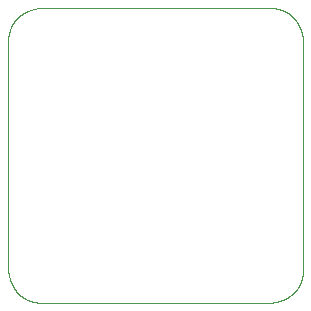
<source format=gbr>
%TF.GenerationSoftware,KiCad,Pcbnew,9.0.6*%
%TF.CreationDate,2025-11-27T01:35:14-08:00*%
%TF.ProjectId,encoder-board,656e636f-6465-4722-9d62-6f6172642e6b,rev?*%
%TF.SameCoordinates,Original*%
%TF.FileFunction,Profile,NP*%
%FSLAX46Y46*%
G04 Gerber Fmt 4.6, Leading zero omitted, Abs format (unit mm)*
G04 Created by KiCad (PCBNEW 9.0.6) date 2025-11-27 01:35:14*
%MOMM*%
%LPD*%
G01*
G04 APERTURE LIST*
%ADD10C,0.100000*%
%TA.AperFunction,Profile*%
%ADD11C,0.100000*%
%TD*%
G04 APERTURE END LIST*
D10*
X125000000Y-122000000D02*
X124999990Y-122009477D01*
X124999960Y-122018934D01*
X124999910Y-122028371D01*
X124999840Y-122037788D01*
X124999751Y-122047185D01*
X124999642Y-122056562D01*
X124999512Y-122065920D01*
X124999364Y-122075258D01*
X124999195Y-122084576D01*
X124999007Y-122093874D01*
X124998799Y-122103153D01*
X124998572Y-122112413D01*
X124998325Y-122121653D01*
X124998059Y-122130873D01*
X124997773Y-122140074D01*
X124997468Y-122149255D01*
X124997144Y-122158418D01*
X124996800Y-122167560D01*
X124996437Y-122176684D01*
X124996055Y-122185789D01*
X124995654Y-122194874D01*
X124995233Y-122203940D01*
X124994794Y-122212987D01*
X124994335Y-122222015D01*
X124993857Y-122231024D01*
X124993360Y-122240013D01*
X124992845Y-122248985D01*
X124992310Y-122257936D01*
X124991757Y-122266870D01*
X124991184Y-122275784D01*
X124990593Y-122284680D01*
X124989983Y-122293556D01*
X124989354Y-122302415D01*
X124988707Y-122311254D01*
X124988041Y-122320075D01*
X124987356Y-122328877D01*
X124986653Y-122337661D01*
X124985931Y-122346426D01*
X124985191Y-122355173D01*
X124984432Y-122363901D01*
X124983654Y-122372612D01*
X124982859Y-122381303D01*
X124982045Y-122389977D01*
X124981212Y-122398632D01*
X124980361Y-122407269D01*
X124979492Y-122415887D01*
X124978605Y-122424489D01*
X124977699Y-122433071D01*
X124976776Y-122441636D01*
X124975834Y-122450182D01*
X124974874Y-122458711D01*
X124973896Y-122467221D01*
X124972900Y-122475714D01*
X124971885Y-122484188D01*
X124970853Y-122492646D01*
X124969803Y-122501084D01*
X124968735Y-122509506D01*
X124967649Y-122517910D01*
X124966545Y-122526296D01*
X124965424Y-122534664D01*
X124964284Y-122543016D01*
X124963127Y-122551348D01*
X124961952Y-122559665D01*
X124960760Y-122567963D01*
X124959550Y-122576244D01*
X124958322Y-122584507D01*
X124957076Y-122592754D01*
X124955813Y-122600982D01*
X124954532Y-122609195D01*
X124953234Y-122617388D01*
X124951918Y-122625566D01*
X124950585Y-122633725D01*
X124949235Y-122641869D01*
X124947867Y-122649994D01*
X124946481Y-122658104D01*
X124945078Y-122666194D01*
X124943658Y-122674270D01*
X124942221Y-122682327D01*
X124940766Y-122690369D01*
X124939294Y-122698392D01*
X124937805Y-122706400D01*
X124936299Y-122714390D01*
X124934775Y-122722364D01*
X124933235Y-122730321D01*
X124931677Y-122738262D01*
X124930102Y-122746185D01*
X124928510Y-122754093D01*
X124926901Y-122761982D01*
X124925275Y-122769857D01*
X124923632Y-122777714D01*
X124921972Y-122785556D01*
X124920295Y-122793379D01*
X124918601Y-122801189D01*
X124916891Y-122808980D01*
X124915163Y-122816756D01*
X124913419Y-122824515D01*
X124911657Y-122832259D01*
X124909879Y-122839985D01*
X124908084Y-122847696D01*
X124906273Y-122855390D01*
X124904444Y-122863070D01*
X124902600Y-122870731D01*
X124900738Y-122878379D01*
X124898860Y-122886008D01*
X124896964Y-122893623D01*
X124895053Y-122901221D01*
X124893125Y-122908805D01*
X124891180Y-122916370D01*
X124889218Y-122923923D01*
X124887241Y-122931457D01*
X124885246Y-122938978D01*
X124883236Y-122946480D01*
X124881208Y-122953970D01*
X124879164Y-122961441D01*
X124877104Y-122968899D01*
X124875027Y-122976339D01*
X124872934Y-122983766D01*
X124870825Y-122991175D01*
X124868699Y-122998571D01*
X124866557Y-123005949D01*
X124864398Y-123013315D01*
X124862223Y-123020662D01*
X124860032Y-123027997D01*
X124857825Y-123035313D01*
X124855601Y-123042617D01*
X124853362Y-123049903D01*
X124851105Y-123057177D01*
X124848833Y-123064433D01*
X124846544Y-123071676D01*
X124844240Y-123078902D01*
X124839582Y-123093310D01*
X124834860Y-123107659D01*
X124830073Y-123121948D01*
X124825222Y-123136177D01*
X124820307Y-123150347D01*
X124815328Y-123164458D01*
X124810285Y-123178510D01*
X124805179Y-123192504D01*
X124800008Y-123206440D01*
X124794774Y-123220317D01*
X124789476Y-123234137D01*
X124784115Y-123247899D01*
X124778690Y-123261604D01*
X124773203Y-123275252D01*
X124767652Y-123288843D01*
X124762038Y-123302378D01*
X124756360Y-123315856D01*
X124750620Y-123329278D01*
X124744817Y-123342644D01*
X124738951Y-123355954D01*
X124733023Y-123369209D01*
X124727031Y-123382409D01*
X124720977Y-123395553D01*
X124714860Y-123408643D01*
X124708681Y-123421678D01*
X124702439Y-123434659D01*
X124696134Y-123447586D01*
X124689767Y-123460459D01*
X124683338Y-123473277D01*
X124676846Y-123486043D01*
X124670292Y-123498755D01*
X124663675Y-123511413D01*
X124656996Y-123524019D01*
X124650255Y-123536572D01*
X124643451Y-123549072D01*
X124636585Y-123561520D01*
X124629656Y-123573916D01*
X124622665Y-123586259D01*
X124615612Y-123598551D01*
X124608497Y-123610790D01*
X124601319Y-123622979D01*
X124594078Y-123635116D01*
X124586776Y-123647201D01*
X124579411Y-123659236D01*
X124571983Y-123671220D01*
X124564493Y-123683152D01*
X124556941Y-123695035D01*
X124549326Y-123706867D01*
X124541648Y-123718648D01*
X124533908Y-123730380D01*
X124526105Y-123742061D01*
X124518240Y-123753692D01*
X124510312Y-123765274D01*
X124502321Y-123776806D01*
X124494267Y-123788289D01*
X124486150Y-123799722D01*
X124477970Y-123811106D01*
X124469728Y-123822441D01*
X124461422Y-123833727D01*
X124453053Y-123844964D01*
X124444621Y-123856153D01*
X124436126Y-123867292D01*
X124427567Y-123878383D01*
X124418945Y-123889426D01*
X124410259Y-123900420D01*
X124401510Y-123911366D01*
X124392697Y-123922264D01*
X124383820Y-123933114D01*
X124374880Y-123943915D01*
X124365875Y-123954669D01*
X124356807Y-123965375D01*
X124347674Y-123976033D01*
X124338478Y-123986643D01*
X124329216Y-123997206D01*
X124319891Y-124007721D01*
X124310501Y-124018189D01*
X124301046Y-124028609D01*
X124291526Y-124038981D01*
X124281942Y-124049306D01*
X124272293Y-124059584D01*
X124262578Y-124069815D01*
X124252799Y-124079998D01*
X124242954Y-124090134D01*
X124233044Y-124100223D01*
X124223068Y-124110265D01*
X124213026Y-124120260D01*
X124202919Y-124130207D01*
X124192746Y-124140108D01*
X124182507Y-124149961D01*
X124172201Y-124159767D01*
X124161830Y-124169526D01*
X124151392Y-124179238D01*
X124140887Y-124188903D01*
X124130316Y-124198520D01*
X124119678Y-124208091D01*
X124108973Y-124217614D01*
X124098202Y-124227090D01*
X124087363Y-124236519D01*
X124076456Y-124245901D01*
X124065483Y-124255235D01*
X124054441Y-124264522D01*
X124043332Y-124273762D01*
X124032156Y-124282955D01*
X124020911Y-124292100D01*
X124009598Y-124301197D01*
X123998217Y-124310247D01*
X123986768Y-124319249D01*
X123975251Y-124328204D01*
X123963664Y-124337111D01*
X123952010Y-124345970D01*
X123940286Y-124354781D01*
X123928493Y-124363544D01*
X123916632Y-124372259D01*
X123904701Y-124380925D01*
X123892701Y-124389544D01*
X123880632Y-124398114D01*
X123868493Y-124406635D01*
X123856284Y-124415108D01*
X123844006Y-124423533D01*
X123831658Y-124431908D01*
X123819240Y-124440235D01*
X123806752Y-124448512D01*
X123794194Y-124456740D01*
X123781566Y-124464919D01*
X123768867Y-124473048D01*
X123756098Y-124481128D01*
X123743259Y-124489158D01*
X123730349Y-124497138D01*
X123717369Y-124505067D01*
X123704317Y-124512947D01*
X123691196Y-124520776D01*
X123678003Y-124528554D01*
X123664739Y-124536282D01*
X123651405Y-124543958D01*
X123638000Y-124551584D01*
X123624524Y-124559158D01*
X123610977Y-124566680D01*
X123597358Y-124574151D01*
X123583669Y-124581570D01*
X123569909Y-124588936D01*
X123556078Y-124596250D01*
X123542176Y-124603512D01*
X123528203Y-124610720D01*
X123514159Y-124617876D01*
X123500044Y-124624978D01*
X123485858Y-124632027D01*
X123471602Y-124639021D01*
X123457275Y-124645962D01*
X123442877Y-124652848D01*
X123428408Y-124659680D01*
X123413870Y-124666457D01*
X123399261Y-124673179D01*
X123384581Y-124679845D01*
X123369832Y-124686456D01*
X123355013Y-124693011D01*
X123340124Y-124699509D01*
X123325166Y-124705951D01*
X123310138Y-124712336D01*
X123295042Y-124718664D01*
X123279876Y-124724934D01*
X123264643Y-124731146D01*
X123249340Y-124737300D01*
X123233970Y-124743396D01*
X123218533Y-124749433D01*
X123203028Y-124755411D01*
X123187456Y-124761329D01*
X123171817Y-124767187D01*
X123156113Y-124772985D01*
X123140343Y-124778723D01*
X123124508Y-124784399D01*
X123108608Y-124790014D01*
X123092644Y-124795568D01*
X123076617Y-124801059D01*
X123060527Y-124806488D01*
X123044374Y-124811854D01*
X123028160Y-124817156D01*
X123011885Y-124822395D01*
X122995550Y-124827569D01*
X122979156Y-124832679D01*
X122962704Y-124837724D01*
X122946193Y-124842703D01*
X122929627Y-124847616D01*
X122913004Y-124852463D01*
X122896328Y-124857244D01*
X122879598Y-124861956D01*
X122862815Y-124866601D01*
X122845982Y-124871178D01*
X122829099Y-124875686D01*
X122812168Y-124880124D01*
X122795190Y-124884493D01*
X122778167Y-124888792D01*
X122761100Y-124893019D01*
X122743992Y-124897176D01*
X122726843Y-124901260D01*
X122709657Y-124905272D01*
X122692435Y-124909211D01*
X122675178Y-124913076D01*
X122657891Y-124916867D01*
X122640574Y-124920584D01*
X122623231Y-124924225D01*
X122605864Y-124927790D01*
X122588476Y-124931279D01*
X122571070Y-124934691D01*
X122553650Y-124938025D01*
X122536220Y-124941280D01*
X122518782Y-124944457D01*
X122501340Y-124947553D01*
X122483900Y-124950570D01*
X122466466Y-124953505D01*
X122449042Y-124956359D01*
X122431633Y-124959130D01*
X122414246Y-124961818D01*
X122396887Y-124964422D01*
X122379561Y-124966941D01*
X122362275Y-124969375D01*
X122345039Y-124971723D01*
X122327859Y-124973984D01*
X122310744Y-124976157D01*
X122293705Y-124978241D01*
X122276752Y-124980236D01*
X122259897Y-124982141D01*
X122243153Y-124983955D01*
X122226534Y-124985677D01*
X122210056Y-124987306D01*
X122193737Y-124988842D01*
X122177597Y-124990282D01*
X122161659Y-124991627D01*
X122145949Y-124992876D01*
X122130497Y-124994027D01*
X122115339Y-124995079D01*
X122100516Y-124996032D01*
X122086078Y-124996884D01*
X122072087Y-124997634D01*
X122058620Y-124998282D01*
X122045777Y-124998827D01*
X122033696Y-124999267D01*
X122022574Y-124999603D01*
X122012723Y-124999834D01*
X122004729Y-124999963D01*
X122000000Y-125000000D01*
D11*
X103000000Y-100000000D02*
X122000000Y-100000000D01*
X125000000Y-103000000D02*
X125000000Y-122000000D01*
D10*
X103000000Y-125000000D02*
X102990523Y-124999990D01*
X102981066Y-124999960D01*
X102971629Y-124999910D01*
X102962212Y-124999840D01*
X102952815Y-124999751D01*
X102943438Y-124999642D01*
X102934080Y-124999512D01*
X102924742Y-124999364D01*
X102915424Y-124999195D01*
X102906126Y-124999007D01*
X102896847Y-124998799D01*
X102887587Y-124998572D01*
X102878347Y-124998325D01*
X102869127Y-124998059D01*
X102859926Y-124997773D01*
X102850745Y-124997468D01*
X102841582Y-124997144D01*
X102832440Y-124996800D01*
X102823316Y-124996437D01*
X102814211Y-124996055D01*
X102805126Y-124995654D01*
X102796060Y-124995233D01*
X102787013Y-124994794D01*
X102777985Y-124994335D01*
X102768976Y-124993857D01*
X102759987Y-124993360D01*
X102751015Y-124992845D01*
X102742064Y-124992310D01*
X102733130Y-124991757D01*
X102724216Y-124991184D01*
X102715320Y-124990593D01*
X102706444Y-124989983D01*
X102697585Y-124989354D01*
X102688746Y-124988707D01*
X102679925Y-124988041D01*
X102671123Y-124987356D01*
X102662339Y-124986653D01*
X102653574Y-124985931D01*
X102644827Y-124985191D01*
X102636099Y-124984432D01*
X102627388Y-124983654D01*
X102618697Y-124982859D01*
X102610023Y-124982045D01*
X102601368Y-124981212D01*
X102592731Y-124980361D01*
X102584113Y-124979492D01*
X102575511Y-124978605D01*
X102566929Y-124977699D01*
X102558364Y-124976776D01*
X102549818Y-124975834D01*
X102541289Y-124974874D01*
X102532779Y-124973896D01*
X102524286Y-124972900D01*
X102515812Y-124971885D01*
X102507354Y-124970853D01*
X102498916Y-124969803D01*
X102490494Y-124968735D01*
X102482090Y-124967649D01*
X102473704Y-124966545D01*
X102465336Y-124965424D01*
X102456984Y-124964284D01*
X102448652Y-124963127D01*
X102440335Y-124961952D01*
X102432037Y-124960760D01*
X102423756Y-124959550D01*
X102415493Y-124958322D01*
X102407246Y-124957076D01*
X102399018Y-124955813D01*
X102390805Y-124954532D01*
X102382612Y-124953234D01*
X102374434Y-124951918D01*
X102366275Y-124950585D01*
X102358131Y-124949235D01*
X102350006Y-124947867D01*
X102341896Y-124946481D01*
X102333806Y-124945078D01*
X102325730Y-124943658D01*
X102317673Y-124942221D01*
X102309631Y-124940766D01*
X102301608Y-124939294D01*
X102293600Y-124937805D01*
X102285610Y-124936299D01*
X102277636Y-124934775D01*
X102269679Y-124933235D01*
X102261738Y-124931677D01*
X102253815Y-124930102D01*
X102245907Y-124928510D01*
X102238018Y-124926901D01*
X102230143Y-124925275D01*
X102222286Y-124923632D01*
X102214444Y-124921972D01*
X102206621Y-124920295D01*
X102198811Y-124918601D01*
X102191020Y-124916891D01*
X102183244Y-124915163D01*
X102175485Y-124913419D01*
X102167741Y-124911657D01*
X102160015Y-124909879D01*
X102152304Y-124908084D01*
X102144610Y-124906273D01*
X102136930Y-124904444D01*
X102129269Y-124902600D01*
X102121621Y-124900738D01*
X102113992Y-124898860D01*
X102106377Y-124896964D01*
X102098779Y-124895053D01*
X102091195Y-124893125D01*
X102083630Y-124891180D01*
X102076077Y-124889218D01*
X102068543Y-124887241D01*
X102061022Y-124885246D01*
X102053520Y-124883236D01*
X102046030Y-124881208D01*
X102038559Y-124879164D01*
X102031101Y-124877104D01*
X102023661Y-124875027D01*
X102016234Y-124872934D01*
X102008825Y-124870825D01*
X102001429Y-124868699D01*
X101994051Y-124866557D01*
X101986685Y-124864398D01*
X101979338Y-124862223D01*
X101972003Y-124860032D01*
X101964687Y-124857825D01*
X101957383Y-124855601D01*
X101950097Y-124853362D01*
X101942823Y-124851105D01*
X101935567Y-124848833D01*
X101928324Y-124846544D01*
X101921098Y-124844240D01*
X101906690Y-124839582D01*
X101892341Y-124834860D01*
X101878052Y-124830073D01*
X101863823Y-124825222D01*
X101849653Y-124820307D01*
X101835542Y-124815328D01*
X101821490Y-124810285D01*
X101807496Y-124805179D01*
X101793560Y-124800008D01*
X101779683Y-124794774D01*
X101765863Y-124789476D01*
X101752101Y-124784115D01*
X101738396Y-124778690D01*
X101724748Y-124773203D01*
X101711157Y-124767652D01*
X101697622Y-124762038D01*
X101684144Y-124756360D01*
X101670722Y-124750620D01*
X101657356Y-124744817D01*
X101644046Y-124738951D01*
X101630791Y-124733023D01*
X101617591Y-124727031D01*
X101604447Y-124720977D01*
X101591357Y-124714860D01*
X101578322Y-124708681D01*
X101565341Y-124702439D01*
X101552414Y-124696134D01*
X101539541Y-124689767D01*
X101526723Y-124683338D01*
X101513957Y-124676846D01*
X101501245Y-124670292D01*
X101488587Y-124663675D01*
X101475981Y-124656996D01*
X101463428Y-124650255D01*
X101450928Y-124643451D01*
X101438480Y-124636585D01*
X101426084Y-124629656D01*
X101413741Y-124622665D01*
X101401449Y-124615612D01*
X101389210Y-124608497D01*
X101377021Y-124601319D01*
X101364884Y-124594078D01*
X101352799Y-124586776D01*
X101340764Y-124579411D01*
X101328780Y-124571983D01*
X101316848Y-124564493D01*
X101304965Y-124556941D01*
X101293133Y-124549326D01*
X101281352Y-124541648D01*
X101269620Y-124533908D01*
X101257939Y-124526105D01*
X101246308Y-124518240D01*
X101234726Y-124510312D01*
X101223194Y-124502321D01*
X101211711Y-124494267D01*
X101200278Y-124486150D01*
X101188894Y-124477970D01*
X101177559Y-124469728D01*
X101166273Y-124461422D01*
X101155036Y-124453053D01*
X101143847Y-124444621D01*
X101132708Y-124436126D01*
X101121617Y-124427567D01*
X101110574Y-124418945D01*
X101099580Y-124410259D01*
X101088634Y-124401510D01*
X101077736Y-124392697D01*
X101066886Y-124383820D01*
X101056085Y-124374880D01*
X101045331Y-124365875D01*
X101034625Y-124356807D01*
X101023967Y-124347674D01*
X101013357Y-124338478D01*
X101002794Y-124329216D01*
X100992279Y-124319891D01*
X100981811Y-124310501D01*
X100971391Y-124301046D01*
X100961019Y-124291526D01*
X100950694Y-124281942D01*
X100940416Y-124272293D01*
X100930185Y-124262578D01*
X100920002Y-124252799D01*
X100909866Y-124242954D01*
X100899777Y-124233044D01*
X100889735Y-124223068D01*
X100879740Y-124213026D01*
X100869793Y-124202919D01*
X100859892Y-124192746D01*
X100850039Y-124182507D01*
X100840233Y-124172201D01*
X100830474Y-124161830D01*
X100820762Y-124151392D01*
X100811097Y-124140887D01*
X100801480Y-124130316D01*
X100791909Y-124119678D01*
X100782386Y-124108973D01*
X100772910Y-124098202D01*
X100763481Y-124087363D01*
X100754099Y-124076456D01*
X100744765Y-124065483D01*
X100735478Y-124054441D01*
X100726238Y-124043332D01*
X100717045Y-124032156D01*
X100707900Y-124020911D01*
X100698803Y-124009598D01*
X100689753Y-123998217D01*
X100680751Y-123986768D01*
X100671796Y-123975251D01*
X100662889Y-123963664D01*
X100654030Y-123952010D01*
X100645219Y-123940286D01*
X100636456Y-123928493D01*
X100627741Y-123916632D01*
X100619075Y-123904701D01*
X100610456Y-123892701D01*
X100601886Y-123880632D01*
X100593365Y-123868493D01*
X100584892Y-123856284D01*
X100576467Y-123844006D01*
X100568092Y-123831658D01*
X100559765Y-123819240D01*
X100551488Y-123806752D01*
X100543260Y-123794194D01*
X100535081Y-123781566D01*
X100526952Y-123768867D01*
X100518872Y-123756098D01*
X100510842Y-123743259D01*
X100502862Y-123730349D01*
X100494933Y-123717369D01*
X100487053Y-123704317D01*
X100479224Y-123691196D01*
X100471446Y-123678003D01*
X100463718Y-123664739D01*
X100456042Y-123651405D01*
X100448416Y-123638000D01*
X100440842Y-123624524D01*
X100433320Y-123610977D01*
X100425849Y-123597358D01*
X100418430Y-123583669D01*
X100411064Y-123569909D01*
X100403750Y-123556078D01*
X100396488Y-123542176D01*
X100389280Y-123528203D01*
X100382124Y-123514159D01*
X100375022Y-123500044D01*
X100367973Y-123485858D01*
X100360979Y-123471602D01*
X100354038Y-123457275D01*
X100347152Y-123442877D01*
X100340320Y-123428408D01*
X100333543Y-123413870D01*
X100326821Y-123399261D01*
X100320155Y-123384581D01*
X100313544Y-123369832D01*
X100306989Y-123355013D01*
X100300491Y-123340124D01*
X100294049Y-123325166D01*
X100287664Y-123310138D01*
X100281336Y-123295042D01*
X100275066Y-123279876D01*
X100268854Y-123264643D01*
X100262700Y-123249340D01*
X100256604Y-123233970D01*
X100250567Y-123218533D01*
X100244589Y-123203028D01*
X100238671Y-123187456D01*
X100232813Y-123171817D01*
X100227015Y-123156113D01*
X100221277Y-123140343D01*
X100215601Y-123124508D01*
X100209986Y-123108608D01*
X100204432Y-123092644D01*
X100198941Y-123076617D01*
X100193512Y-123060527D01*
X100188146Y-123044374D01*
X100182844Y-123028160D01*
X100177605Y-123011885D01*
X100172431Y-122995550D01*
X100167321Y-122979156D01*
X100162276Y-122962704D01*
X100157297Y-122946193D01*
X100152384Y-122929627D01*
X100147537Y-122913004D01*
X100142756Y-122896328D01*
X100138044Y-122879598D01*
X100133399Y-122862815D01*
X100128822Y-122845982D01*
X100124314Y-122829099D01*
X100119876Y-122812168D01*
X100115507Y-122795190D01*
X100111208Y-122778167D01*
X100106981Y-122761100D01*
X100102824Y-122743992D01*
X100098740Y-122726843D01*
X100094728Y-122709657D01*
X100090789Y-122692435D01*
X100086924Y-122675178D01*
X100083133Y-122657891D01*
X100079416Y-122640574D01*
X100075775Y-122623231D01*
X100072210Y-122605864D01*
X100068721Y-122588476D01*
X100065309Y-122571070D01*
X100061975Y-122553650D01*
X100058720Y-122536220D01*
X100055543Y-122518782D01*
X100052447Y-122501340D01*
X100049430Y-122483900D01*
X100046495Y-122466466D01*
X100043641Y-122449042D01*
X100040870Y-122431633D01*
X100038182Y-122414246D01*
X100035578Y-122396887D01*
X100033059Y-122379561D01*
X100030625Y-122362275D01*
X100028277Y-122345039D01*
X100026016Y-122327859D01*
X100023843Y-122310744D01*
X100021759Y-122293705D01*
X100019764Y-122276752D01*
X100017859Y-122259897D01*
X100016045Y-122243153D01*
X100014323Y-122226534D01*
X100012694Y-122210056D01*
X100011158Y-122193737D01*
X100009718Y-122177597D01*
X100008373Y-122161659D01*
X100007124Y-122145949D01*
X100005973Y-122130497D01*
X100004921Y-122115339D01*
X100003968Y-122100516D01*
X100003116Y-122086078D01*
X100002366Y-122072087D01*
X100001718Y-122058620D01*
X100001173Y-122045777D01*
X100000733Y-122033696D01*
X100000397Y-122022574D01*
X100000166Y-122012723D01*
X100000037Y-122004729D01*
X100000000Y-122000000D01*
D11*
X100000000Y-103000000D02*
X100000000Y-122000000D01*
D10*
X100000000Y-103000000D02*
X100000010Y-102990523D01*
X100000040Y-102981066D01*
X100000090Y-102971629D01*
X100000160Y-102962212D01*
X100000249Y-102952815D01*
X100000358Y-102943438D01*
X100000488Y-102934080D01*
X100000636Y-102924742D01*
X100000805Y-102915424D01*
X100000993Y-102906126D01*
X100001201Y-102896847D01*
X100001428Y-102887587D01*
X100001675Y-102878347D01*
X100001941Y-102869127D01*
X100002227Y-102859926D01*
X100002532Y-102850745D01*
X100002856Y-102841582D01*
X100003200Y-102832440D01*
X100003563Y-102823316D01*
X100003945Y-102814211D01*
X100004346Y-102805126D01*
X100004767Y-102796060D01*
X100005206Y-102787013D01*
X100005665Y-102777985D01*
X100006143Y-102768976D01*
X100006640Y-102759987D01*
X100007155Y-102751015D01*
X100007690Y-102742064D01*
X100008243Y-102733130D01*
X100008816Y-102724216D01*
X100009407Y-102715320D01*
X100010017Y-102706444D01*
X100010646Y-102697585D01*
X100011293Y-102688746D01*
X100011959Y-102679925D01*
X100012644Y-102671123D01*
X100013347Y-102662339D01*
X100014069Y-102653574D01*
X100014809Y-102644827D01*
X100015568Y-102636099D01*
X100016346Y-102627388D01*
X100017141Y-102618697D01*
X100017955Y-102610023D01*
X100018788Y-102601368D01*
X100019639Y-102592731D01*
X100020508Y-102584113D01*
X100021395Y-102575511D01*
X100022301Y-102566929D01*
X100023224Y-102558364D01*
X100024166Y-102549818D01*
X100025126Y-102541289D01*
X100026104Y-102532779D01*
X100027100Y-102524286D01*
X100028115Y-102515812D01*
X100029147Y-102507354D01*
X100030197Y-102498916D01*
X100031265Y-102490494D01*
X100032351Y-102482090D01*
X100033455Y-102473704D01*
X100034576Y-102465336D01*
X100035716Y-102456984D01*
X100036873Y-102448652D01*
X100038048Y-102440335D01*
X100039240Y-102432037D01*
X100040450Y-102423756D01*
X100041678Y-102415493D01*
X100042924Y-102407246D01*
X100044187Y-102399018D01*
X100045468Y-102390805D01*
X100046766Y-102382612D01*
X100048082Y-102374434D01*
X100049415Y-102366275D01*
X100050765Y-102358131D01*
X100052133Y-102350006D01*
X100053519Y-102341896D01*
X100054922Y-102333806D01*
X100056342Y-102325730D01*
X100057779Y-102317673D01*
X100059234Y-102309631D01*
X100060706Y-102301608D01*
X100062195Y-102293600D01*
X100063701Y-102285610D01*
X100065225Y-102277636D01*
X100066765Y-102269679D01*
X100068323Y-102261738D01*
X100069898Y-102253815D01*
X100071490Y-102245907D01*
X100073099Y-102238018D01*
X100074725Y-102230143D01*
X100076368Y-102222286D01*
X100078028Y-102214444D01*
X100079705Y-102206621D01*
X100081399Y-102198811D01*
X100083109Y-102191020D01*
X100084837Y-102183244D01*
X100086581Y-102175485D01*
X100088343Y-102167741D01*
X100090121Y-102160015D01*
X100091916Y-102152304D01*
X100093727Y-102144610D01*
X100095556Y-102136930D01*
X100097400Y-102129269D01*
X100099262Y-102121621D01*
X100101140Y-102113992D01*
X100103036Y-102106377D01*
X100104947Y-102098779D01*
X100106875Y-102091195D01*
X100108820Y-102083630D01*
X100110782Y-102076077D01*
X100112759Y-102068543D01*
X100114754Y-102061022D01*
X100116764Y-102053520D01*
X100118792Y-102046030D01*
X100120836Y-102038559D01*
X100122896Y-102031101D01*
X100124973Y-102023661D01*
X100127066Y-102016234D01*
X100129175Y-102008825D01*
X100131301Y-102001429D01*
X100133443Y-101994051D01*
X100135602Y-101986685D01*
X100137777Y-101979338D01*
X100139968Y-101972003D01*
X100142175Y-101964687D01*
X100144399Y-101957383D01*
X100146638Y-101950097D01*
X100148895Y-101942823D01*
X100151167Y-101935567D01*
X100153456Y-101928324D01*
X100155760Y-101921098D01*
X100160418Y-101906690D01*
X100165140Y-101892341D01*
X100169927Y-101878052D01*
X100174778Y-101863823D01*
X100179693Y-101849653D01*
X100184672Y-101835542D01*
X100189715Y-101821490D01*
X100194821Y-101807496D01*
X100199992Y-101793560D01*
X100205226Y-101779683D01*
X100210524Y-101765863D01*
X100215885Y-101752101D01*
X100221310Y-101738396D01*
X100226797Y-101724748D01*
X100232348Y-101711157D01*
X100237962Y-101697622D01*
X100243640Y-101684144D01*
X100249380Y-101670722D01*
X100255183Y-101657356D01*
X100261049Y-101644046D01*
X100266977Y-101630791D01*
X100272969Y-101617591D01*
X100279023Y-101604447D01*
X100285140Y-101591357D01*
X100291319Y-101578322D01*
X100297561Y-101565341D01*
X100303866Y-101552414D01*
X100310233Y-101539541D01*
X100316662Y-101526723D01*
X100323154Y-101513957D01*
X100329708Y-101501245D01*
X100336325Y-101488587D01*
X100343004Y-101475981D01*
X100349745Y-101463428D01*
X100356549Y-101450928D01*
X100363415Y-101438480D01*
X100370344Y-101426084D01*
X100377335Y-101413741D01*
X100384388Y-101401449D01*
X100391503Y-101389210D01*
X100398681Y-101377021D01*
X100405922Y-101364884D01*
X100413224Y-101352799D01*
X100420589Y-101340764D01*
X100428017Y-101328780D01*
X100435507Y-101316848D01*
X100443059Y-101304965D01*
X100450674Y-101293133D01*
X100458352Y-101281352D01*
X100466092Y-101269620D01*
X100473895Y-101257939D01*
X100481760Y-101246308D01*
X100489688Y-101234726D01*
X100497679Y-101223194D01*
X100505733Y-101211711D01*
X100513850Y-101200278D01*
X100522030Y-101188894D01*
X100530272Y-101177559D01*
X100538578Y-101166273D01*
X100546947Y-101155036D01*
X100555379Y-101143847D01*
X100563874Y-101132708D01*
X100572433Y-101121617D01*
X100581055Y-101110574D01*
X100589741Y-101099580D01*
X100598490Y-101088634D01*
X100607303Y-101077736D01*
X100616180Y-101066886D01*
X100625120Y-101056085D01*
X100634125Y-101045331D01*
X100643193Y-101034625D01*
X100652326Y-101023967D01*
X100661522Y-101013357D01*
X100670784Y-101002794D01*
X100680109Y-100992279D01*
X100689499Y-100981811D01*
X100698954Y-100971391D01*
X100708474Y-100961019D01*
X100718058Y-100950694D01*
X100727707Y-100940416D01*
X100737422Y-100930185D01*
X100747201Y-100920002D01*
X100757046Y-100909866D01*
X100766956Y-100899777D01*
X100776932Y-100889735D01*
X100786974Y-100879740D01*
X100797081Y-100869793D01*
X100807254Y-100859892D01*
X100817493Y-100850039D01*
X100827799Y-100840233D01*
X100838170Y-100830474D01*
X100848608Y-100820762D01*
X100859113Y-100811097D01*
X100869684Y-100801480D01*
X100880322Y-100791909D01*
X100891027Y-100782386D01*
X100901798Y-100772910D01*
X100912637Y-100763481D01*
X100923544Y-100754099D01*
X100934517Y-100744765D01*
X100945559Y-100735478D01*
X100956668Y-100726238D01*
X100967844Y-100717045D01*
X100979089Y-100707900D01*
X100990402Y-100698803D01*
X101001783Y-100689753D01*
X101013232Y-100680751D01*
X101024749Y-100671796D01*
X101036336Y-100662889D01*
X101047990Y-100654030D01*
X101059714Y-100645219D01*
X101071507Y-100636456D01*
X101083368Y-100627741D01*
X101095299Y-100619075D01*
X101107299Y-100610456D01*
X101119368Y-100601886D01*
X101131507Y-100593365D01*
X101143716Y-100584892D01*
X101155994Y-100576467D01*
X101168342Y-100568092D01*
X101180760Y-100559765D01*
X101193248Y-100551488D01*
X101205806Y-100543260D01*
X101218434Y-100535081D01*
X101231133Y-100526952D01*
X101243902Y-100518872D01*
X101256741Y-100510842D01*
X101269651Y-100502862D01*
X101282631Y-100494933D01*
X101295683Y-100487053D01*
X101308804Y-100479224D01*
X101321997Y-100471446D01*
X101335261Y-100463718D01*
X101348595Y-100456042D01*
X101362000Y-100448416D01*
X101375476Y-100440842D01*
X101389023Y-100433320D01*
X101402642Y-100425849D01*
X101416331Y-100418430D01*
X101430091Y-100411064D01*
X101443922Y-100403750D01*
X101457824Y-100396488D01*
X101471797Y-100389280D01*
X101485841Y-100382124D01*
X101499956Y-100375022D01*
X101514142Y-100367973D01*
X101528398Y-100360979D01*
X101542725Y-100354038D01*
X101557123Y-100347152D01*
X101571592Y-100340320D01*
X101586130Y-100333543D01*
X101600739Y-100326821D01*
X101615419Y-100320155D01*
X101630168Y-100313544D01*
X101644987Y-100306989D01*
X101659876Y-100300491D01*
X101674834Y-100294049D01*
X101689862Y-100287664D01*
X101704958Y-100281336D01*
X101720124Y-100275066D01*
X101735357Y-100268854D01*
X101750660Y-100262700D01*
X101766030Y-100256604D01*
X101781467Y-100250567D01*
X101796972Y-100244589D01*
X101812544Y-100238671D01*
X101828183Y-100232813D01*
X101843887Y-100227015D01*
X101859657Y-100221277D01*
X101875492Y-100215601D01*
X101891392Y-100209986D01*
X101907356Y-100204432D01*
X101923383Y-100198941D01*
X101939473Y-100193512D01*
X101955626Y-100188146D01*
X101971840Y-100182844D01*
X101988115Y-100177605D01*
X102004450Y-100172431D01*
X102020844Y-100167321D01*
X102037296Y-100162276D01*
X102053807Y-100157297D01*
X102070373Y-100152384D01*
X102086996Y-100147537D01*
X102103672Y-100142756D01*
X102120402Y-100138044D01*
X102137185Y-100133399D01*
X102154018Y-100128822D01*
X102170901Y-100124314D01*
X102187832Y-100119876D01*
X102204810Y-100115507D01*
X102221833Y-100111208D01*
X102238900Y-100106981D01*
X102256008Y-100102824D01*
X102273157Y-100098740D01*
X102290343Y-100094728D01*
X102307565Y-100090789D01*
X102324822Y-100086924D01*
X102342109Y-100083133D01*
X102359426Y-100079416D01*
X102376769Y-100075775D01*
X102394136Y-100072210D01*
X102411524Y-100068721D01*
X102428930Y-100065309D01*
X102446350Y-100061975D01*
X102463780Y-100058720D01*
X102481218Y-100055543D01*
X102498660Y-100052447D01*
X102516100Y-100049430D01*
X102533534Y-100046495D01*
X102550958Y-100043641D01*
X102568367Y-100040870D01*
X102585754Y-100038182D01*
X102603113Y-100035578D01*
X102620439Y-100033059D01*
X102637725Y-100030625D01*
X102654961Y-100028277D01*
X102672141Y-100026016D01*
X102689256Y-100023843D01*
X102706295Y-100021759D01*
X102723248Y-100019764D01*
X102740103Y-100017859D01*
X102756847Y-100016045D01*
X102773466Y-100014323D01*
X102789944Y-100012694D01*
X102806263Y-100011158D01*
X102822403Y-100009718D01*
X102838341Y-100008373D01*
X102854051Y-100007124D01*
X102869503Y-100005973D01*
X102884661Y-100004921D01*
X102899484Y-100003968D01*
X102913922Y-100003116D01*
X102927913Y-100002366D01*
X102941380Y-100001718D01*
X102954223Y-100001173D01*
X102966304Y-100000733D01*
X102977426Y-100000397D01*
X102987277Y-100000166D01*
X102995271Y-100000037D01*
X103000000Y-100000000D01*
X122000000Y-100000000D02*
X122009477Y-100000010D01*
X122018934Y-100000040D01*
X122028371Y-100000090D01*
X122037788Y-100000160D01*
X122047185Y-100000249D01*
X122056562Y-100000358D01*
X122065920Y-100000488D01*
X122075258Y-100000636D01*
X122084576Y-100000805D01*
X122093874Y-100000993D01*
X122103153Y-100001201D01*
X122112413Y-100001428D01*
X122121653Y-100001675D01*
X122130873Y-100001941D01*
X122140074Y-100002227D01*
X122149255Y-100002532D01*
X122158418Y-100002856D01*
X122167560Y-100003200D01*
X122176684Y-100003563D01*
X122185789Y-100003945D01*
X122194874Y-100004346D01*
X122203940Y-100004767D01*
X122212987Y-100005206D01*
X122222015Y-100005665D01*
X122231024Y-100006143D01*
X122240013Y-100006640D01*
X122248985Y-100007155D01*
X122257936Y-100007690D01*
X122266870Y-100008243D01*
X122275784Y-100008816D01*
X122284680Y-100009407D01*
X122293556Y-100010017D01*
X122302415Y-100010646D01*
X122311254Y-100011293D01*
X122320075Y-100011959D01*
X122328877Y-100012644D01*
X122337661Y-100013347D01*
X122346426Y-100014069D01*
X122355173Y-100014809D01*
X122363901Y-100015568D01*
X122372612Y-100016346D01*
X122381303Y-100017141D01*
X122389977Y-100017955D01*
X122398632Y-100018788D01*
X122407269Y-100019639D01*
X122415887Y-100020508D01*
X122424489Y-100021395D01*
X122433071Y-100022301D01*
X122441636Y-100023224D01*
X122450182Y-100024166D01*
X122458711Y-100025126D01*
X122467221Y-100026104D01*
X122475714Y-100027100D01*
X122484188Y-100028115D01*
X122492646Y-100029147D01*
X122501084Y-100030197D01*
X122509506Y-100031265D01*
X122517910Y-100032351D01*
X122526296Y-100033455D01*
X122534664Y-100034576D01*
X122543016Y-100035716D01*
X122551348Y-100036873D01*
X122559665Y-100038048D01*
X122567963Y-100039240D01*
X122576244Y-100040450D01*
X122584507Y-100041678D01*
X122592754Y-100042924D01*
X122600982Y-100044187D01*
X122609195Y-100045468D01*
X122617388Y-100046766D01*
X122625566Y-100048082D01*
X122633725Y-100049415D01*
X122641869Y-100050765D01*
X122649994Y-100052133D01*
X122658104Y-100053519D01*
X122666194Y-100054922D01*
X122674270Y-100056342D01*
X122682327Y-100057779D01*
X122690369Y-100059234D01*
X122698392Y-100060706D01*
X122706400Y-100062195D01*
X122714390Y-100063701D01*
X122722364Y-100065225D01*
X122730321Y-100066765D01*
X122738262Y-100068323D01*
X122746185Y-100069898D01*
X122754093Y-100071490D01*
X122761982Y-100073099D01*
X122769857Y-100074725D01*
X122777714Y-100076368D01*
X122785556Y-100078028D01*
X122793379Y-100079705D01*
X122801189Y-100081399D01*
X122808980Y-100083109D01*
X122816756Y-100084837D01*
X122824515Y-100086581D01*
X122832259Y-100088343D01*
X122839985Y-100090121D01*
X122847696Y-100091916D01*
X122855390Y-100093727D01*
X122863070Y-100095556D01*
X122870731Y-100097400D01*
X122878379Y-100099262D01*
X122886008Y-100101140D01*
X122893623Y-100103036D01*
X122901221Y-100104947D01*
X122908805Y-100106875D01*
X122916370Y-100108820D01*
X122923923Y-100110782D01*
X122931457Y-100112759D01*
X122938978Y-100114754D01*
X122946480Y-100116764D01*
X122953970Y-100118792D01*
X122961441Y-100120836D01*
X122968899Y-100122896D01*
X122976339Y-100124973D01*
X122983766Y-100127066D01*
X122991175Y-100129175D01*
X122998571Y-100131301D01*
X123005949Y-100133443D01*
X123013315Y-100135602D01*
X123020662Y-100137777D01*
X123027997Y-100139968D01*
X123035313Y-100142175D01*
X123042617Y-100144399D01*
X123049903Y-100146638D01*
X123057177Y-100148895D01*
X123064433Y-100151167D01*
X123071676Y-100153456D01*
X123078902Y-100155760D01*
X123093310Y-100160418D01*
X123107659Y-100165140D01*
X123121948Y-100169927D01*
X123136177Y-100174778D01*
X123150347Y-100179693D01*
X123164458Y-100184672D01*
X123178510Y-100189715D01*
X123192504Y-100194821D01*
X123206440Y-100199992D01*
X123220317Y-100205226D01*
X123234137Y-100210524D01*
X123247899Y-100215885D01*
X123261604Y-100221310D01*
X123275252Y-100226797D01*
X123288843Y-100232348D01*
X123302378Y-100237962D01*
X123315856Y-100243640D01*
X123329278Y-100249380D01*
X123342644Y-100255183D01*
X123355954Y-100261049D01*
X123369209Y-100266977D01*
X123382409Y-100272969D01*
X123395553Y-100279023D01*
X123408643Y-100285140D01*
X123421678Y-100291319D01*
X123434659Y-100297561D01*
X123447586Y-100303866D01*
X123460459Y-100310233D01*
X123473277Y-100316662D01*
X123486043Y-100323154D01*
X123498755Y-100329708D01*
X123511413Y-100336325D01*
X123524019Y-100343004D01*
X123536572Y-100349745D01*
X123549072Y-100356549D01*
X123561520Y-100363415D01*
X123573916Y-100370344D01*
X123586259Y-100377335D01*
X123598551Y-100384388D01*
X123610790Y-100391503D01*
X123622979Y-100398681D01*
X123635116Y-100405922D01*
X123647201Y-100413224D01*
X123659236Y-100420589D01*
X123671220Y-100428017D01*
X123683152Y-100435507D01*
X123695035Y-100443059D01*
X123706867Y-100450674D01*
X123718648Y-100458352D01*
X123730380Y-100466092D01*
X123742061Y-100473895D01*
X123753692Y-100481760D01*
X123765274Y-100489688D01*
X123776806Y-100497679D01*
X123788289Y-100505733D01*
X123799722Y-100513850D01*
X123811106Y-100522030D01*
X123822441Y-100530272D01*
X123833727Y-100538578D01*
X123844964Y-100546947D01*
X123856153Y-100555379D01*
X123867292Y-100563874D01*
X123878383Y-100572433D01*
X123889426Y-100581055D01*
X123900420Y-100589741D01*
X123911366Y-100598490D01*
X123922264Y-100607303D01*
X123933114Y-100616180D01*
X123943915Y-100625120D01*
X123954669Y-100634125D01*
X123965375Y-100643193D01*
X123976033Y-100652326D01*
X123986643Y-100661522D01*
X123997206Y-100670784D01*
X124007721Y-100680109D01*
X124018189Y-100689499D01*
X124028609Y-100698954D01*
X124038981Y-100708474D01*
X124049306Y-100718058D01*
X124059584Y-100727707D01*
X124069815Y-100737422D01*
X124079998Y-100747201D01*
X124090134Y-100757046D01*
X124100223Y-100766956D01*
X124110265Y-100776932D01*
X124120260Y-100786974D01*
X124130207Y-100797081D01*
X124140108Y-100807254D01*
X124149961Y-100817493D01*
X124159767Y-100827799D01*
X124169526Y-100838170D01*
X124179238Y-100848608D01*
X124188903Y-100859113D01*
X124198520Y-100869684D01*
X124208091Y-100880322D01*
X124217614Y-100891027D01*
X124227090Y-100901798D01*
X124236519Y-100912637D01*
X124245901Y-100923544D01*
X124255235Y-100934517D01*
X124264522Y-100945559D01*
X124273762Y-100956668D01*
X124282955Y-100967844D01*
X124292100Y-100979089D01*
X124301197Y-100990402D01*
X124310247Y-101001783D01*
X124319249Y-101013232D01*
X124328204Y-101024749D01*
X124337111Y-101036336D01*
X124345970Y-101047990D01*
X124354781Y-101059714D01*
X124363544Y-101071507D01*
X124372259Y-101083368D01*
X124380925Y-101095299D01*
X124389544Y-101107299D01*
X124398114Y-101119368D01*
X124406635Y-101131507D01*
X124415108Y-101143716D01*
X124423533Y-101155994D01*
X124431908Y-101168342D01*
X124440235Y-101180760D01*
X124448512Y-101193248D01*
X124456740Y-101205806D01*
X124464919Y-101218434D01*
X124473048Y-101231133D01*
X124481128Y-101243902D01*
X124489158Y-101256741D01*
X124497138Y-101269651D01*
X124505067Y-101282631D01*
X124512947Y-101295683D01*
X124520776Y-101308804D01*
X124528554Y-101321997D01*
X124536282Y-101335261D01*
X124543958Y-101348595D01*
X124551584Y-101362000D01*
X124559158Y-101375476D01*
X124566680Y-101389023D01*
X124574151Y-101402642D01*
X124581570Y-101416331D01*
X124588936Y-101430091D01*
X124596250Y-101443922D01*
X124603512Y-101457824D01*
X124610720Y-101471797D01*
X124617876Y-101485841D01*
X124624978Y-101499956D01*
X124632027Y-101514142D01*
X124639021Y-101528398D01*
X124645962Y-101542725D01*
X124652848Y-101557123D01*
X124659680Y-101571592D01*
X124666457Y-101586130D01*
X124673179Y-101600739D01*
X124679845Y-101615419D01*
X124686456Y-101630168D01*
X124693011Y-101644987D01*
X124699509Y-101659876D01*
X124705951Y-101674834D01*
X124712336Y-101689862D01*
X124718664Y-101704958D01*
X124724934Y-101720124D01*
X124731146Y-101735357D01*
X124737300Y-101750660D01*
X124743396Y-101766030D01*
X124749433Y-101781467D01*
X124755411Y-101796972D01*
X124761329Y-101812544D01*
X124767187Y-101828183D01*
X124772985Y-101843887D01*
X124778723Y-101859657D01*
X124784399Y-101875492D01*
X124790014Y-101891392D01*
X124795568Y-101907356D01*
X124801059Y-101923383D01*
X124806488Y-101939473D01*
X124811854Y-101955626D01*
X124817156Y-101971840D01*
X124822395Y-101988115D01*
X124827569Y-102004450D01*
X124832679Y-102020844D01*
X124837724Y-102037296D01*
X124842703Y-102053807D01*
X124847616Y-102070373D01*
X124852463Y-102086996D01*
X124857244Y-102103672D01*
X124861956Y-102120402D01*
X124866601Y-102137185D01*
X124871178Y-102154018D01*
X124875686Y-102170901D01*
X124880124Y-102187832D01*
X124884493Y-102204810D01*
X124888792Y-102221833D01*
X124893019Y-102238900D01*
X124897176Y-102256008D01*
X124901260Y-102273157D01*
X124905272Y-102290343D01*
X124909211Y-102307565D01*
X124913076Y-102324822D01*
X124916867Y-102342109D01*
X124920584Y-102359426D01*
X124924225Y-102376769D01*
X124927790Y-102394136D01*
X124931279Y-102411524D01*
X124934691Y-102428930D01*
X124938025Y-102446350D01*
X124941280Y-102463780D01*
X124944457Y-102481218D01*
X124947553Y-102498660D01*
X124950570Y-102516100D01*
X124953505Y-102533534D01*
X124956359Y-102550958D01*
X124959130Y-102568367D01*
X124961818Y-102585754D01*
X124964422Y-102603113D01*
X124966941Y-102620439D01*
X124969375Y-102637725D01*
X124971723Y-102654961D01*
X124973984Y-102672141D01*
X124976157Y-102689256D01*
X124978241Y-102706295D01*
X124980236Y-102723248D01*
X124982141Y-102740103D01*
X124983955Y-102756847D01*
X124985677Y-102773466D01*
X124987306Y-102789944D01*
X124988842Y-102806263D01*
X124990282Y-102822403D01*
X124991627Y-102838341D01*
X124992876Y-102854051D01*
X124994027Y-102869503D01*
X124995079Y-102884661D01*
X124996032Y-102899484D01*
X124996884Y-102913922D01*
X124997634Y-102927913D01*
X124998282Y-102941380D01*
X124998827Y-102954223D01*
X124999267Y-102966304D01*
X124999603Y-102977426D01*
X124999834Y-102987277D01*
X124999963Y-102995271D01*
X125000000Y-103000000D01*
D11*
X103000000Y-125000000D02*
X122000000Y-125000000D01*
M02*

</source>
